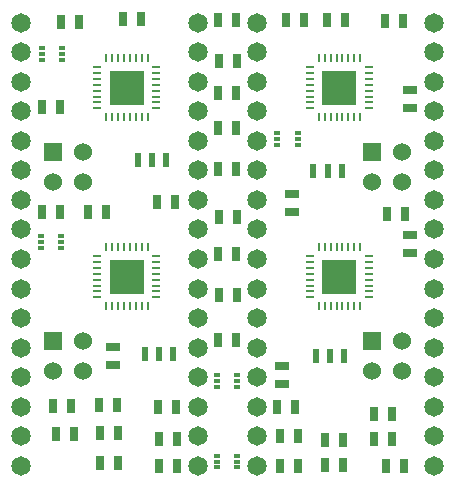
<source format=gts>
G04 (created by PCBNEW (2013-jul-07)-stable) date Tue 29 Nov 2016 12:00:45 PM PST*
%MOIN*%
G04 Gerber Fmt 3.4, Leading zero omitted, Abs format*
%FSLAX34Y34*%
G01*
G70*
G90*
G04 APERTURE LIST*
%ADD10C,0.00590551*%
%ADD11R,0.025X0.045*%
%ADD12R,0.0197X0.0512*%
%ADD13R,0.045X0.025*%
%ADD14R,0.03X0.01*%
%ADD15R,0.01X0.03*%
%ADD16R,0.1181X0.1181*%
%ADD17R,0.06X0.06*%
%ADD18C,0.06*%
%ADD19C,0.065*%
%ADD20R,0.019685X0.0147638*%
G04 APERTURE END LIST*
G54D10*
G54D11*
X24670Y-20039D03*
X24070Y-20039D03*
G54D12*
X25039Y-24763D03*
X25511Y-24763D03*
X24567Y-24763D03*
X25275Y-31220D03*
X25747Y-31220D03*
X24803Y-31220D03*
X30905Y-25118D03*
X31377Y-25118D03*
X30433Y-25118D03*
X30984Y-31299D03*
X31456Y-31299D03*
X30512Y-31299D03*
G54D13*
X23740Y-30999D03*
X23740Y-31599D03*
G54D14*
X23228Y-22834D03*
X23228Y-22637D03*
X23228Y-22440D03*
X23228Y-23031D03*
G54D15*
X23523Y-23326D03*
X23720Y-23326D03*
X23917Y-23326D03*
X24114Y-23326D03*
X24310Y-23326D03*
X24507Y-23326D03*
X24704Y-23326D03*
X24901Y-23326D03*
G54D14*
X25196Y-21653D03*
X25196Y-23031D03*
X25196Y-22834D03*
X25196Y-22637D03*
X25196Y-22440D03*
X25196Y-22244D03*
X25196Y-22047D03*
X25196Y-21850D03*
G54D15*
X24901Y-21358D03*
X24704Y-21358D03*
X24507Y-21358D03*
X24310Y-21358D03*
X24114Y-21358D03*
X23917Y-21358D03*
X23720Y-21358D03*
X23523Y-21358D03*
G54D14*
X23228Y-21653D03*
X23228Y-21850D03*
X23228Y-22047D03*
X23228Y-22244D03*
G54D16*
X24212Y-22342D03*
G54D14*
X23228Y-29133D03*
X23228Y-28936D03*
X23228Y-28739D03*
X23228Y-29330D03*
G54D15*
X23523Y-29625D03*
X23720Y-29625D03*
X23917Y-29625D03*
X24114Y-29625D03*
X24310Y-29625D03*
X24507Y-29625D03*
X24704Y-29625D03*
X24901Y-29625D03*
G54D14*
X25196Y-27952D03*
X25196Y-29330D03*
X25196Y-29133D03*
X25196Y-28936D03*
X25196Y-28739D03*
X25196Y-28543D03*
X25196Y-28346D03*
X25196Y-28149D03*
G54D15*
X24901Y-27657D03*
X24704Y-27657D03*
X24507Y-27657D03*
X24310Y-27657D03*
X24114Y-27657D03*
X23917Y-27657D03*
X23720Y-27657D03*
X23523Y-27657D03*
G54D14*
X23228Y-27952D03*
X23228Y-28149D03*
X23228Y-28346D03*
X23228Y-28543D03*
G54D16*
X24212Y-28641D03*
G54D14*
X30315Y-22834D03*
X30315Y-22637D03*
X30315Y-22440D03*
X30315Y-23031D03*
G54D15*
X30610Y-23326D03*
X30807Y-23326D03*
X31004Y-23326D03*
X31201Y-23326D03*
X31397Y-23326D03*
X31594Y-23326D03*
X31791Y-23326D03*
X31988Y-23326D03*
G54D14*
X32283Y-21653D03*
X32283Y-23031D03*
X32283Y-22834D03*
X32283Y-22637D03*
X32283Y-22440D03*
X32283Y-22244D03*
X32283Y-22047D03*
X32283Y-21850D03*
G54D15*
X31988Y-21358D03*
X31791Y-21358D03*
X31594Y-21358D03*
X31397Y-21358D03*
X31201Y-21358D03*
X31004Y-21358D03*
X30807Y-21358D03*
X30610Y-21358D03*
G54D14*
X30315Y-21653D03*
X30315Y-21850D03*
X30315Y-22047D03*
X30315Y-22244D03*
G54D16*
X31299Y-22342D03*
G54D14*
X30315Y-29133D03*
X30315Y-28936D03*
X30315Y-28739D03*
X30315Y-29330D03*
G54D15*
X30610Y-29625D03*
X30807Y-29625D03*
X31004Y-29625D03*
X31201Y-29625D03*
X31397Y-29625D03*
X31594Y-29625D03*
X31791Y-29625D03*
X31988Y-29625D03*
G54D14*
X32283Y-27952D03*
X32283Y-29330D03*
X32283Y-29133D03*
X32283Y-28936D03*
X32283Y-28739D03*
X32283Y-28543D03*
X32283Y-28346D03*
X32283Y-28149D03*
G54D15*
X31988Y-27657D03*
X31791Y-27657D03*
X31594Y-27657D03*
X31397Y-27657D03*
X31201Y-27657D03*
X31004Y-27657D03*
X30807Y-27657D03*
X30610Y-27657D03*
G54D14*
X30315Y-27952D03*
X30315Y-28149D03*
X30315Y-28346D03*
X30315Y-28543D03*
G54D16*
X31299Y-28641D03*
G54D11*
X31481Y-20078D03*
X30881Y-20078D03*
X30822Y-34094D03*
X31422Y-34094D03*
X32455Y-33228D03*
X33055Y-33228D03*
X32455Y-34055D03*
X33055Y-34055D03*
X32849Y-34960D03*
X33449Y-34960D03*
G54D13*
X33661Y-27259D03*
X33661Y-27859D03*
G54D11*
X29925Y-34940D03*
X29325Y-34940D03*
X29925Y-33956D03*
X29325Y-33956D03*
X29827Y-32972D03*
X29227Y-32972D03*
G54D13*
X29389Y-31629D03*
X29389Y-32229D03*
G54D11*
X32888Y-26535D03*
X33488Y-26535D03*
G54D13*
X33661Y-23016D03*
X33661Y-22416D03*
G54D11*
X32810Y-20118D03*
X33410Y-20118D03*
X29522Y-20078D03*
X30122Y-20078D03*
X27298Y-29251D03*
X27898Y-29251D03*
X27259Y-27874D03*
X27859Y-27874D03*
X27298Y-26653D03*
X27898Y-26653D03*
X27259Y-25039D03*
X27859Y-25039D03*
X25290Y-34940D03*
X25890Y-34940D03*
X25290Y-34055D03*
X25890Y-34055D03*
X25251Y-32992D03*
X25851Y-32992D03*
X27859Y-30748D03*
X27259Y-30748D03*
X23922Y-34842D03*
X23322Y-34842D03*
X23922Y-33858D03*
X23322Y-33858D03*
X22465Y-33897D03*
X21865Y-33897D03*
X22347Y-32952D03*
X21747Y-32952D03*
X27859Y-23700D03*
X27259Y-23700D03*
X27859Y-22519D03*
X27259Y-22519D03*
X27898Y-21456D03*
X27298Y-21456D03*
X27859Y-20078D03*
X27259Y-20078D03*
X25211Y-26141D03*
X25811Y-26141D03*
X21992Y-26496D03*
X21392Y-26496D03*
X21992Y-22992D03*
X21392Y-22992D03*
X22622Y-20157D03*
X22022Y-20157D03*
X31402Y-34921D03*
X30802Y-34921D03*
G54D13*
X29724Y-25881D03*
X29724Y-26481D03*
G54D11*
X23282Y-32913D03*
X23882Y-32913D03*
X22928Y-26476D03*
X23528Y-26476D03*
G54D17*
X21744Y-24500D03*
G54D18*
X21744Y-25500D03*
X22744Y-24500D03*
X22744Y-25500D03*
G54D17*
X21744Y-30799D03*
G54D18*
X21744Y-31799D03*
X22744Y-30799D03*
X22744Y-31799D03*
G54D17*
X32374Y-24500D03*
G54D18*
X32374Y-25500D03*
X33374Y-24500D03*
X33374Y-25500D03*
G54D17*
X32374Y-30799D03*
G54D18*
X32374Y-31799D03*
X33374Y-30799D03*
X33374Y-31799D03*
G54D19*
X28543Y-28051D03*
X28543Y-29035D03*
X28543Y-30019D03*
X28543Y-31003D03*
X28543Y-31988D03*
X28543Y-32972D03*
X28543Y-33956D03*
X28543Y-34940D03*
X34448Y-34940D03*
X34448Y-33956D03*
X34448Y-32972D03*
X34448Y-31988D03*
X34448Y-31003D03*
X34448Y-30019D03*
X34448Y-29035D03*
X34448Y-28051D03*
X28543Y-20177D03*
X28543Y-21161D03*
X28543Y-22145D03*
X28543Y-23129D03*
X28543Y-24114D03*
X28543Y-25098D03*
X28543Y-26082D03*
X28543Y-27066D03*
X34448Y-27066D03*
X34448Y-26082D03*
X34448Y-25098D03*
X34448Y-24114D03*
X34448Y-23129D03*
X34448Y-22145D03*
X34448Y-21161D03*
X34448Y-20177D03*
X20669Y-28051D03*
X20669Y-29035D03*
X20669Y-30019D03*
X20669Y-31003D03*
X20669Y-31988D03*
X20669Y-32972D03*
X20669Y-33956D03*
X20669Y-34940D03*
X26574Y-34940D03*
X26574Y-33956D03*
X26574Y-32972D03*
X26574Y-31988D03*
X26574Y-31003D03*
X26574Y-30019D03*
X26574Y-29035D03*
X26574Y-28051D03*
X20669Y-20177D03*
X20669Y-21161D03*
X20669Y-22145D03*
X20669Y-23129D03*
X20669Y-24114D03*
X20669Y-25098D03*
X20669Y-26082D03*
X20669Y-27066D03*
X26574Y-27066D03*
X26574Y-26082D03*
X26574Y-25098D03*
X26574Y-24114D03*
X26574Y-23129D03*
X26574Y-22145D03*
X26574Y-21161D03*
X26574Y-20177D03*
G54D20*
X27224Y-31929D03*
X27224Y-32125D03*
X27224Y-32322D03*
X27893Y-32322D03*
X27893Y-32125D03*
X27893Y-31929D03*
X29232Y-23858D03*
X29232Y-24055D03*
X29232Y-24251D03*
X29901Y-24251D03*
X29901Y-24055D03*
X29901Y-23858D03*
X27224Y-34606D03*
X27224Y-34803D03*
X27224Y-35000D03*
X27893Y-35000D03*
X27893Y-34803D03*
X27893Y-34606D03*
X21358Y-27283D03*
X21358Y-27480D03*
X21358Y-27677D03*
X22027Y-27677D03*
X22027Y-27480D03*
X22027Y-27283D03*
X21397Y-21023D03*
X21397Y-21220D03*
X21397Y-21417D03*
X22066Y-21417D03*
X22066Y-21220D03*
X22066Y-21023D03*
M02*

</source>
